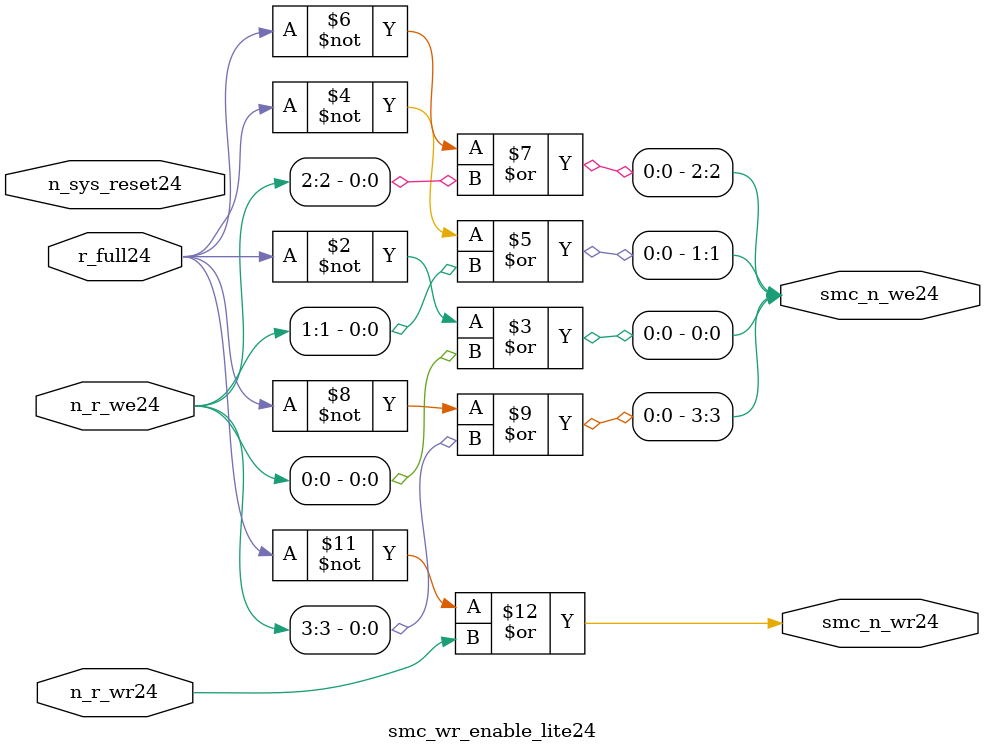
<source format=v>


  module smc_wr_enable_lite24 (

                      //inputs24                      

                      n_sys_reset24,
                      r_full24,
                      n_r_we24,
                      n_r_wr24,

                      //outputs24

                      smc_n_we24,
                      smc_n_wr24);

//I24/O24
   
   input             n_sys_reset24;   //system reset
   input             r_full24;    // Full cycle write strobe24
   input [3:0]       n_r_we24;    //write enable from smc_strobe24
   input             n_r_wr24;    //write strobe24 from smc_strobe24
   output [3:0]      smc_n_we24;  // write enable (active low24)
   output            smc_n_wr24;  // write strobe24 (active low24)
   
   
//output reg declaration24.
   
   reg [3:0]          smc_n_we24;
   reg                smc_n_wr24;

//----------------------------------------------------------------------
// negedge strobes24 with clock24.
//----------------------------------------------------------------------
      

//----------------------------------------------------------------------
      
//--------------------------------------------------------------------
// Gate24 Write strobes24 with clock24.
//--------------------------------------------------------------------

  always @(r_full24 or n_r_we24)
  
  begin
  
     smc_n_we24[0] = ((~r_full24  ) | n_r_we24[0] );

     smc_n_we24[1] = ((~r_full24  ) | n_r_we24[1] );

     smc_n_we24[2] = ((~r_full24  ) | n_r_we24[2] );

     smc_n_we24[3] = ((~r_full24  ) | n_r_we24[3] );

  
  end

//--------------------------------------------------------------------   
//write strobe24 generation24
//--------------------------------------------------------------------   

  always @(n_r_wr24 or r_full24 )
  
     begin
  
        smc_n_wr24 = ((~r_full24 ) | n_r_wr24 );
       
     end

endmodule // smc_wr_enable24


</source>
